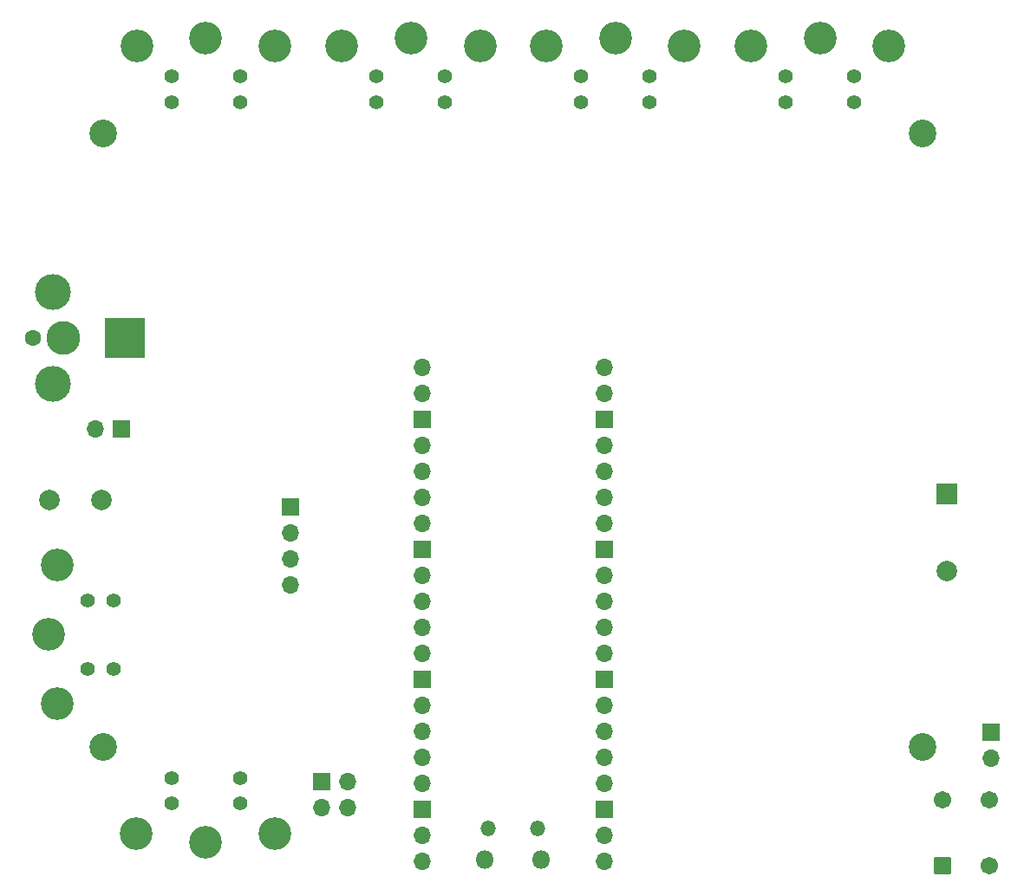
<source format=gbs>
G04 #@! TF.GenerationSoftware,KiCad,Pcbnew,9.0.4-9.0.4-0~ubuntu22.04.1*
G04 #@! TF.CreationDate,2025-10-28T08:42:02-06:00*
G04 #@! TF.ProjectId,WOOTSwitch,574f4f54-5377-4697-9463-682e6b696361,rev?*
G04 #@! TF.SameCoordinates,Original*
G04 #@! TF.FileFunction,Soldermask,Bot*
G04 #@! TF.FilePolarity,Negative*
%FSLAX46Y46*%
G04 Gerber Fmt 4.6, Leading zero omitted, Abs format (unit mm)*
G04 Created by KiCad (PCBNEW 9.0.4-9.0.4-0~ubuntu22.04.1) date 2025-10-28 08:42:02*
%MOMM*%
%LPD*%
G01*
G04 APERTURE LIST*
G04 Aperture macros list*
%AMRoundRect*
0 Rectangle with rounded corners*
0 $1 Rounding radius*
0 $2 $3 $4 $5 $6 $7 $8 $9 X,Y pos of 4 corners*
0 Add a 4 corners polygon primitive as box body*
4,1,4,$2,$3,$4,$5,$6,$7,$8,$9,$2,$3,0*
0 Add four circle primitives for the rounded corners*
1,1,$1+$1,$2,$3*
1,1,$1+$1,$4,$5*
1,1,$1+$1,$6,$7*
1,1,$1+$1,$8,$9*
0 Add four rect primitives between the rounded corners*
20,1,$1+$1,$2,$3,$4,$5,0*
20,1,$1+$1,$4,$5,$6,$7,0*
20,1,$1+$1,$6,$7,$8,$9,0*
20,1,$1+$1,$8,$9,$2,$3,0*%
G04 Aperture macros list end*
%ADD10C,2.700000*%
%ADD11C,1.400000*%
%ADD12C,3.200000*%
%ADD13R,1.700000X1.700000*%
%ADD14O,1.700000X1.700000*%
%ADD15RoundRect,0.102000X0.749000X-0.749000X0.749000X0.749000X-0.749000X0.749000X-0.749000X-0.749000X0*%
%ADD16C,1.702000*%
%ADD17C,1.600000*%
%ADD18R,4.000000X4.000000*%
%ADD19C,3.300000*%
%ADD20C,3.500000*%
%ADD21O,1.800000X1.800000*%
%ADD22O,1.500000X1.500000*%
%ADD23R,2.000000X2.000000*%
%ADD24C,2.000000*%
G04 APERTURE END LIST*
D10*
X70000000Y-74000000D03*
D11*
X68500000Y-126350000D03*
X68500000Y-119650000D03*
X71000000Y-126350000D03*
X71000000Y-119650000D03*
D12*
X65510000Y-129760000D03*
X64700000Y-123000000D03*
X65510000Y-116240000D03*
D11*
X136630000Y-68490000D03*
X143330000Y-68490000D03*
X136630000Y-70990000D03*
X143330000Y-70990000D03*
D12*
X133220000Y-65500000D03*
X139980000Y-64690000D03*
X146740000Y-65500000D03*
D13*
X156718000Y-132583000D03*
D14*
X156718000Y-135123000D03*
D15*
X151990000Y-145610000D03*
D16*
X151990000Y-139110000D03*
X156490000Y-145610000D03*
X156490000Y-139110000D03*
D11*
X76670000Y-68490000D03*
X83370000Y-68490000D03*
X76670000Y-70990000D03*
X83370000Y-70990000D03*
D12*
X73260000Y-65500000D03*
X80020000Y-64690000D03*
X86780000Y-65500000D03*
D17*
X63100000Y-94000000D03*
D18*
X72100000Y-94000000D03*
D19*
X66100000Y-94000000D03*
D20*
X65100000Y-89500000D03*
X65100000Y-98500000D03*
D21*
X112725000Y-145000000D03*
D22*
X112425000Y-141970000D03*
X107575000Y-141970000D03*
D21*
X107275000Y-145000000D03*
D14*
X118890000Y-145130000D03*
X118890000Y-142590000D03*
D13*
X118890000Y-140050000D03*
D14*
X118890000Y-137510000D03*
X118890000Y-134970000D03*
X118890000Y-132430000D03*
X118890000Y-129890000D03*
D13*
X118890000Y-127350000D03*
D14*
X118890000Y-124810000D03*
X118890000Y-122270000D03*
X118890000Y-119730000D03*
X118890000Y-117190000D03*
D13*
X118890000Y-114650000D03*
D14*
X118890000Y-112110000D03*
X118890000Y-109570000D03*
X118890000Y-107030000D03*
X118890000Y-104490000D03*
D13*
X118890000Y-101950000D03*
D14*
X118890000Y-99410000D03*
X118890000Y-96870000D03*
X101110000Y-96870000D03*
X101110000Y-99410000D03*
D13*
X101110000Y-101950000D03*
D14*
X101110000Y-104490000D03*
X101110000Y-107030000D03*
X101110000Y-109570000D03*
X101110000Y-112110000D03*
D13*
X101110000Y-114650000D03*
D14*
X101110000Y-117190000D03*
X101110000Y-119730000D03*
X101110000Y-122270000D03*
X101110000Y-124810000D03*
D13*
X101110000Y-127350000D03*
D14*
X101110000Y-129890000D03*
X101110000Y-132430000D03*
X101110000Y-134970000D03*
X101110000Y-137510000D03*
D13*
X101110000Y-140050000D03*
D14*
X101110000Y-142590000D03*
X101110000Y-145130000D03*
D23*
X152400000Y-109230000D03*
D24*
X152400000Y-116830000D03*
D13*
X88265000Y-110490000D03*
D14*
X88265000Y-113030000D03*
X88265000Y-115570000D03*
X88265000Y-118110000D03*
D10*
X150000000Y-74000000D03*
D11*
X96680000Y-68490000D03*
X103380000Y-68490000D03*
X96680000Y-70990000D03*
X103380000Y-70990000D03*
D12*
X93270000Y-65500000D03*
X100030000Y-64690000D03*
X106790000Y-65500000D03*
D11*
X116650000Y-68490000D03*
X123350000Y-68490000D03*
X116650000Y-70990000D03*
X123350000Y-70990000D03*
D12*
X113240000Y-65500000D03*
X120000000Y-64690000D03*
X126760000Y-65500000D03*
D24*
X64770000Y-109855000D03*
X69850000Y-109855000D03*
D10*
X150000000Y-134000000D03*
D11*
X83350000Y-139500000D03*
X76650000Y-139500000D03*
X83350000Y-137000000D03*
X76650000Y-137000000D03*
D12*
X86760000Y-142490000D03*
X80000000Y-143300000D03*
X73240000Y-142490000D03*
D10*
X70000000Y-134000000D03*
D13*
X91325000Y-137389000D03*
D14*
X93865000Y-137389000D03*
X91325000Y-139929000D03*
X93865000Y-139929000D03*
D13*
X71755000Y-102870000D03*
D14*
X69215000Y-102870000D03*
M02*

</source>
